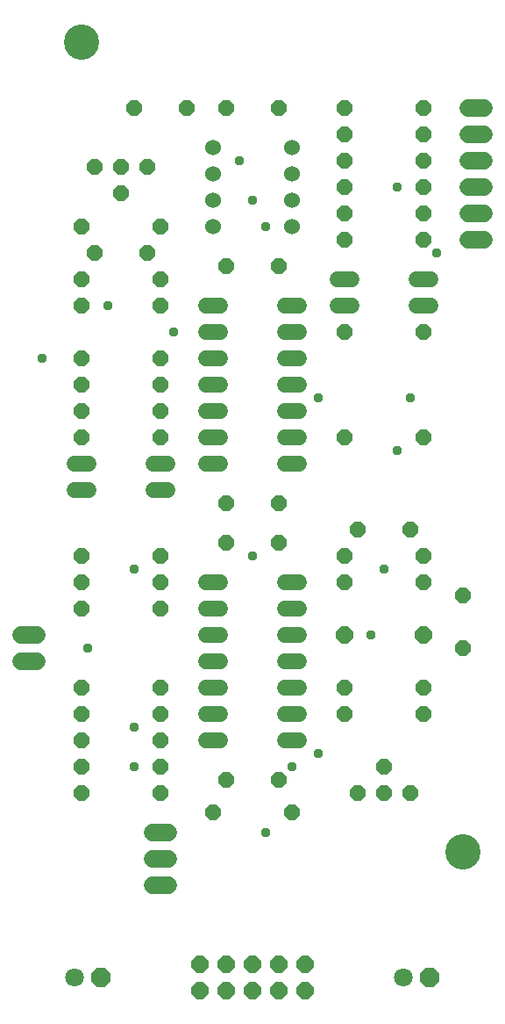
<source format=gbr>
G04 EAGLE Gerber RS-274X export*
G75*
%MOMM*%
%FSLAX34Y34*%
%LPD*%
%INSoldermask Top*%
%IPPOS*%
%AMOC8*
5,1,8,0,0,1.08239X$1,22.5*%
G01*
%ADD10C,3.403600*%
%ADD11C,1.524000*%
%ADD12C,1.524000*%
%ADD13P,1.649562X8X202.500000*%
%ADD14P,1.649562X8X22.500000*%
%ADD15P,1.649562X8X292.500000*%
%ADD16C,1.727200*%
%ADD17P,1.759533X8X22.500000*%
%ADD18P,1.951982X8X22.500000*%
%ADD19C,1.803400*%
%ADD20C,0.959600*%


D10*
X444500Y171450D03*
X76200Y952500D03*
D11*
X272796Y279400D02*
X286004Y279400D01*
X286004Y304800D02*
X272796Y304800D01*
X272796Y431800D02*
X286004Y431800D01*
X209804Y431800D02*
X196596Y431800D01*
X272796Y330200D02*
X286004Y330200D01*
X286004Y355600D02*
X272796Y355600D01*
X272796Y406400D02*
X286004Y406400D01*
X286004Y381000D02*
X272796Y381000D01*
X209804Y406400D02*
X196596Y406400D01*
X196596Y381000D02*
X209804Y381000D01*
X209804Y355600D02*
X196596Y355600D01*
X196596Y330200D02*
X209804Y330200D01*
X209804Y304800D02*
X196596Y304800D01*
X196596Y279400D02*
X209804Y279400D01*
X272796Y546100D02*
X286004Y546100D01*
X286004Y571500D02*
X272796Y571500D01*
X272796Y698500D02*
X286004Y698500D01*
X209804Y698500D02*
X196596Y698500D01*
X272796Y596900D02*
X286004Y596900D01*
X286004Y622300D02*
X272796Y622300D01*
X272796Y673100D02*
X286004Y673100D01*
X286004Y647700D02*
X272796Y647700D01*
X209804Y673100D02*
X196596Y673100D01*
X196596Y647700D02*
X209804Y647700D01*
X209804Y622300D02*
X196596Y622300D01*
X196596Y596900D02*
X209804Y596900D01*
X209804Y571500D02*
X196596Y571500D01*
X196596Y546100D02*
X209804Y546100D01*
D12*
X279400Y774700D03*
X279400Y800100D03*
X203200Y800100D03*
X203200Y774700D03*
X279400Y825500D03*
X279400Y850900D03*
X203200Y825500D03*
X203200Y850900D03*
D11*
X323596Y723900D02*
X336804Y723900D01*
X399796Y723900D02*
X413004Y723900D01*
D13*
X177800Y889000D03*
X127000Y889000D03*
D14*
X330200Y457200D03*
X406400Y457200D03*
D13*
X266700Y889000D03*
X215900Y889000D03*
X393700Y482600D03*
X342900Y482600D03*
D14*
X330200Y431800D03*
X406400Y431800D03*
X330200Y330200D03*
X406400Y330200D03*
D15*
X444500Y419100D03*
X444500Y368300D03*
D13*
X152400Y431800D03*
X76200Y431800D03*
D14*
X330200Y838200D03*
X406400Y838200D03*
D13*
X152400Y457200D03*
X76200Y457200D03*
X152400Y228600D03*
X76200Y228600D03*
D14*
X330200Y863600D03*
X406400Y863600D03*
X76200Y254000D03*
X152400Y254000D03*
X76200Y406400D03*
X152400Y406400D03*
D13*
X152400Y304800D03*
X76200Y304800D03*
D14*
X330200Y673100D03*
X406400Y673100D03*
D11*
X336804Y698500D02*
X323596Y698500D01*
X399796Y698500D02*
X413004Y698500D01*
D14*
X76200Y723900D03*
X152400Y723900D03*
D13*
X152400Y330200D03*
X76200Y330200D03*
D14*
X76200Y698500D03*
X152400Y698500D03*
X88900Y749300D03*
X139700Y749300D03*
D13*
X152400Y774700D03*
X76200Y774700D03*
D14*
X139700Y831850D03*
X88900Y831850D03*
X114300Y806450D03*
X114300Y831850D03*
X76200Y596900D03*
X152400Y596900D03*
X330200Y787400D03*
X406400Y787400D03*
D11*
X82804Y520700D02*
X69596Y520700D01*
X145796Y520700D02*
X159004Y520700D01*
X159004Y546100D02*
X145796Y546100D01*
X82804Y546100D02*
X69596Y546100D01*
D14*
X76200Y647700D03*
X152400Y647700D03*
D13*
X152400Y571500D03*
X76200Y571500D03*
D14*
X76200Y622300D03*
X152400Y622300D03*
X330200Y812800D03*
X406400Y812800D03*
X215900Y241300D03*
X266700Y241300D03*
X215900Y508000D03*
X266700Y508000D03*
D13*
X266700Y469900D03*
X215900Y469900D03*
X266700Y736600D03*
X215900Y736600D03*
X406400Y304800D03*
X330200Y304800D03*
D14*
X330200Y889000D03*
X406400Y889000D03*
D16*
X160020Y190500D02*
X144780Y190500D01*
X144780Y165100D02*
X160020Y165100D01*
X160020Y139700D02*
X144780Y139700D01*
D14*
X330200Y571500D03*
X406400Y571500D03*
D13*
X152400Y279400D03*
X76200Y279400D03*
D14*
X330200Y762000D03*
X406400Y762000D03*
D17*
X330200Y381000D03*
X406400Y381000D03*
D13*
X342900Y228600D03*
X393700Y228600D03*
X368300Y254000D03*
X368300Y228600D03*
X279400Y209550D03*
X203200Y209550D03*
D16*
X33020Y355600D02*
X17780Y355600D01*
X17780Y381000D02*
X33020Y381000D01*
X449580Y762000D02*
X464820Y762000D01*
X464820Y787400D02*
X449580Y787400D01*
X449580Y812800D02*
X464820Y812800D01*
X464820Y838200D02*
X449580Y838200D01*
X449580Y863600D02*
X464820Y863600D01*
X464820Y889000D02*
X449580Y889000D01*
D17*
X190500Y38100D03*
X190500Y63500D03*
X215900Y38100D03*
X215900Y63500D03*
X241300Y38100D03*
X241300Y63500D03*
X266700Y38100D03*
X266700Y63500D03*
X292100Y38100D03*
X292100Y63500D03*
D18*
X95250Y50800D03*
D19*
X69850Y50800D03*
D18*
X412750Y50800D03*
D19*
X387350Y50800D03*
D20*
X82550Y368300D03*
X254000Y774700D03*
X254000Y190500D03*
X241300Y457200D03*
X241300Y800100D03*
X304800Y609600D03*
X393700Y609600D03*
X279400Y254000D03*
X368300Y444500D03*
X228600Y838200D03*
X127000Y292100D03*
X127000Y254000D03*
X355600Y381000D03*
X165100Y673100D03*
X38100Y647700D03*
X101600Y698500D03*
X381000Y558800D03*
X381000Y812800D03*
X127000Y444500D03*
X304800Y266700D03*
X419100Y749300D03*
M02*

</source>
